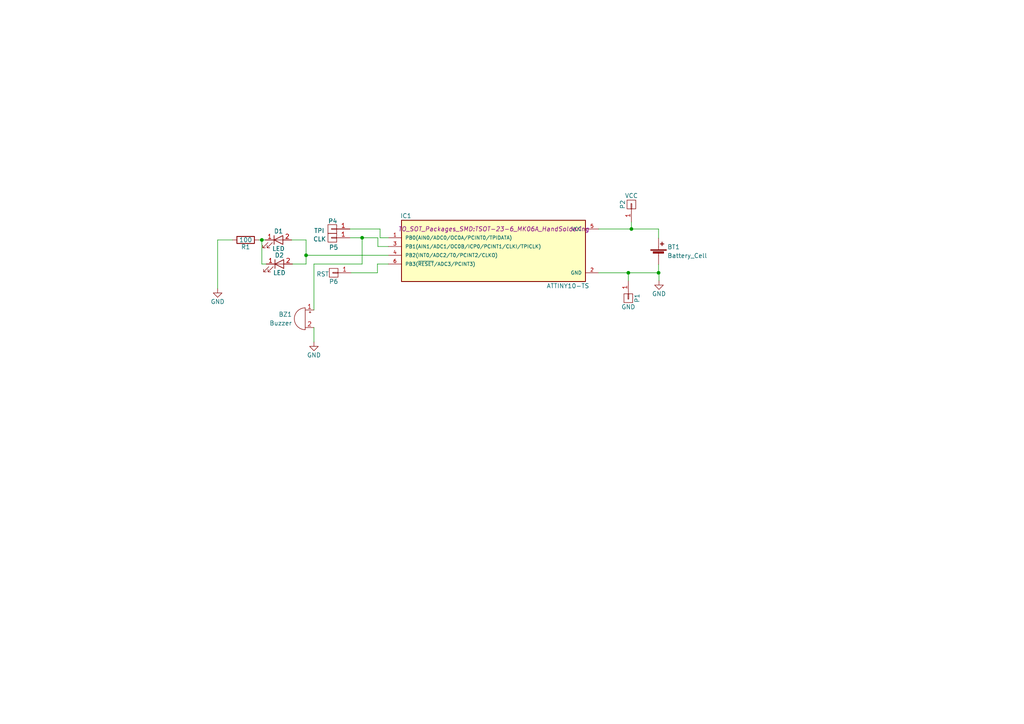
<source format=kicad_sch>
(kicad_sch (version 20230121) (generator eeschema)
  (paper "A4")
  (lib_symbols
    (symbol "NyanCatEarrings-rescue:ATTINY10-TS" (pin_names (offset 1.016))
      (property "Reference" "IC" (at -25.4 10.16 0))
      (property "Value" "ATTINY10-TS" (at 21.59 -10.16 0))
      (property "Footprint" "SOT-23-6" (at 0 6.35 0))
      (symbol "ATTINY10-TS_0_1"
        (rectangle (start -26.67 8.89) (end 26.67 -8.89) (stroke (width 0.254)) (fill (type background)))
      )
      (symbol "ATTINY10-TS_1_1"
        (pin bidirectional line (at -30.48 3.81 0) (length 3.81) (name "PB0(AIN0/ADC0/OC0A/PCINT0/TPIDATA)") (number "1"))
        (pin power_in line (at 30.48 -6.35 180) (length 3.81) (name "GND") (number "2"))
        (pin bidirectional line (at -30.48 1.27 0) (length 3.81) (name "PB1(AIN1/ADC1/OC0B/ICP0/PCINT1/CLKI/TPICLK)") (number "3"))
        (pin bidirectional line (at -30.48 -1.27 0) (length 3.81) (name "PB2(INT0/ADC2/T0/PCINT2/CLKO)") (number "4"))
        (pin power_in line (at 30.48 6.35 180) (length 3.81) (name "VCC") (number "5"))
        (pin bidirectional line (at -30.48 -3.81 0) (length 3.81) (name "PB3(~{RESET}/ADC3/PCINT3)") (number "6"))
      )
    )
    (symbol "NyanCatEarrings-rescue:Battery_Cell" (pin_numbers hide) (pin_names (offset 0) hide)
      (property "Reference" "BT" (at 2.54 2.54 0))
      (property "Value" "Battery_Cell" (at 2.54 0 0))
      (symbol "Battery_Cell_0_1"
        (rectangle (start -2.286 1.778) (end 2.286 1.524) (fill (type outline)))
        (rectangle (start -1.5748 1.1938) (end 1.4732 0.6858) (fill (type outline)))
        (polyline (pts (xy 0 0.762) (xy 0 0)))
        (polyline (pts (xy 0 1.778) (xy 0 2.54)))
        (polyline (pts (xy 0.508 3.429) (xy 1.524 3.429)) (stroke (width 0.254)))
        (polyline (pts (xy 1.016 3.937) (xy 1.016 2.921)) (stroke (width 0.254)))
      )
      (symbol "Battery_Cell_1_1"
        (pin passive line (at 0 5.08 270) (length 2.54) (name "+") (number "1"))
        (pin passive line (at 0 -2.54 90) (length 2.54) (name "-") (number "2"))
      )
    )
    (symbol "NyanCatEarrings-rescue:Buzzer" (pin_names (offset 0.0254) hide)
      (property "Reference" "BZ" (at 3.81 1.27 0))
      (property "Value" "Buzzer" (at 3.81 -1.27 0))
      (symbol "Buzzer_0_1"
        (arc (start 0 -3.175) (mid 3.1497 0) (end 0 3.175))
        (polyline (pts (xy -1.651 1.905) (xy -1.143 1.905)))
        (polyline (pts (xy -1.397 2.159) (xy -1.397 1.651)))
        (polyline (pts (xy 0 3.175) (xy 0 -3.175)))
      )
      (symbol "Buzzer_1_1"
        (pin passive line (at -2.54 2.54 0) (length 2.54) (name "-") (number "1"))
        (pin passive line (at -2.54 -2.54 0) (length 2.54) (name "+") (number "2"))
      )
    )
    (symbol "NyanCatEarrings-rescue:CONN_01X01" (pin_names (offset 1.016) hide)
      (property "Reference" "P" (at 0 2.54 0))
      (property "Value" "CONN_01X01" (at 2.54 0 90))
      (symbol "CONN_01X01_0_1"
        (rectangle (start -1.27 0.127) (end 0.254 -0.127))
        (rectangle (start -1.27 1.27) (end 1.27 -1.27))
      )
      (symbol "CONN_01X01_1_1"
        (pin passive line (at -5.08 0 0) (length 3.81) (name "P1") (number "1"))
      )
    )
    (symbol "NyanCatEarrings-rescue:GND" (power) (pin_names (offset 0))
      (property "Value" "GND" (at 0 -3.81 0))
      (symbol "GND_0_1"
        (polyline (pts (xy 0 0) (xy 0 -1.27) (xy 1.27 -1.27) (xy 0 -2.54) (xy -1.27 -1.27) (xy 0 -1.27)))
      )
      (symbol "GND_1_1"
        (pin power_in line (at 0 0 270) (length 0) hide (name "GND") (number "1"))
      )
    )
    (symbol "NyanCatEarrings-rescue:LED" (pin_names (offset 1.016) hide)
      (property "Reference" "D" (at 0 2.54 0))
      (property "Value" "LED" (at 0 -2.54 0))
      (symbol "LED_0_1"
        (polyline (pts (xy -1.27 -1.27) (xy -1.27 1.27)) (stroke (width 0.2032)))
        (polyline (pts (xy -1.27 0) (xy 1.27 0)))
        (polyline (pts (xy 1.27 -1.27) (xy 1.27 1.27) (xy -1.27 0) (xy 1.27 -1.27)) (stroke (width 0.2032)))
        (polyline (pts (xy -3.048 -0.762) (xy -4.572 -2.286) (xy -3.81 -2.286) (xy -4.572 -2.286) (xy -4.572 -1.524)))
        (polyline (pts (xy -1.778 -0.762) (xy -3.302 -2.286) (xy -2.54 -2.286) (xy -3.302 -2.286) (xy -3.302 -1.524)))
      )
      (symbol "LED_1_1"
        (pin passive line (at -3.81 0 0) (length 2.54) (name "K") (number "1"))
        (pin passive line (at 3.81 0 180) (length 2.54) (name "A") (number "2"))
      )
    )
    (symbol "NyanCatEarrings-rescue:R" (pin_numbers hide) (pin_names (offset 0))
      (property "Reference" "R" (at 2.032 0 90))
      (property "Value" "R" (at 0 0 90))
      (symbol "R_0_1"
        (rectangle (start -1.016 -2.54) (end 1.016 2.54) (stroke (width 0.254)))
      )
      (symbol "R_1_1"
        (pin passive line (at 0 3.81 270) (length 1.27) (name "~") (number "1"))
        (pin passive line (at 0 -3.81 90) (length 1.27) (name "~") (number "2"))
      )
    )
  )
  (junction (at 105.029 68.961))
  (junction (at 75.946 69.596))
  (junction (at 182.245 79.121))
  (junction (at 191.008 79.121))
  (junction (at 183.134 66.421))
  (junction (at 88.773 74.041))
  (wire (pts (xy 105.029 76.581) (xy 105.029 68.961)))
  (wire (pts (xy 67.437 69.596) (xy 63.119 69.596)))
  (wire (pts (xy 109.474 76.581) (xy 112.649 76.581)))
  (wire (pts (xy 76.962 69.596) (xy 75.946 69.596)))
  (wire (pts (xy 191.135 79.121) (xy 191.135 81.407)))
  (wire (pts (xy 182.245 81.407) (xy 182.245 79.121)))
  (wire (pts (xy 191.008 76.708) (xy 191.008 79.121)))
  (wire (pts (xy 77.216 76.581) (xy 75.946 76.581)))
  (wire (pts (xy 91.059 76.581) (xy 91.059 89.916)))
  (wire (pts (xy 182.245 79.121) (xy 191.008 79.121)))
  (wire (pts (xy 88.773 76.581) (xy 84.836 76.581)))
  (wire (pts (xy 88.773 69.596) (xy 88.773 74.041)))
  (wire (pts (xy 75.946 76.581) (xy 75.946 69.596)))
  (wire (pts (xy 105.029 68.961) (xy 109.601 68.961)))
  (wire (pts (xy 173.609 79.121) (xy 182.245 79.121)))
  (wire (pts (xy 63.119 69.596) (xy 63.119 83.693)))
  (wire (pts (xy 173.609 66.421) (xy 183.134 66.421)))
  (wire (pts (xy 88.773 74.041) (xy 88.773 76.581)))
  (wire (pts (xy 75.946 69.596) (xy 75.057 69.596)))
  (wire (pts (xy 91.059 94.996) (xy 91.059 99.187)))
  (wire (pts (xy 191.008 79.121) (xy 191.135 79.121)))
  (wire (pts (xy 88.773 69.596) (xy 84.582 69.596)))
  (wire (pts (xy 191.008 66.421) (xy 191.008 69.088)))
  (wire (pts (xy 112.649 68.961) (xy 110.236 68.961)))
  (wire (pts (xy 183.134 64.389) (xy 183.134 66.421)))
  (wire (pts (xy 88.773 74.041) (xy 112.649 74.041)))
  (wire (pts (xy 101.473 68.961) (xy 105.029 68.961)))
  (wire (pts (xy 101.473 66.421) (xy 110.236 66.421)))
  (wire (pts (xy 183.134 66.421) (xy 191.008 66.421)))
  (wire (pts (xy 105.029 76.581) (xy 91.059 76.581)))
  (wire (pts (xy 110.236 68.961) (xy 110.236 66.421)))
  (wire (pts (xy 109.474 79.121) (xy 109.474 76.581)))
  (wire (pts (xy 109.601 71.501) (xy 112.649 71.501)))
  (wire (pts (xy 101.854 79.121) (xy 109.474 79.121)))
  (wire (pts (xy 109.601 68.961) (xy 109.601 71.501)))
  (symbol (lib_id "NyanCatEarrings-rescue:LED") (at 80.772 69.596 0) (unit 1)
    (property "Reference" "D1" (at 80.772 67.056 0))
    (property "Value" "LED" (at 80.772 72.136 0))
    (property "Footprint" "LEDs:LED_0603" (effects hide))
    (property "mfr" "APT1608EC" (effects hide))
  )
  (symbol (lib_id "NyanCatEarrings-rescue:R") (at 71.247 69.596 270) (unit 1)
    (property "Reference" "R1" (at 71.247 71.628 90))
    (property "Value" "100" (at 71.247 69.596 90))
    (property "Footprint" "Resistors_SMD:R_0603_HandSoldering" (effects hide))
    (property "mfr" "ESR03EZPJ101" (effects hide))
  )
  (symbol (lib_id "NyanCatEarrings-rescue:LED") (at 81.026 76.581 0) (unit 1)
    (property "Reference" "D2" (at 81.026 74.041 0))
    (property "Value" "LED" (at 81.026 79.121 0))
    (property "Footprint" "LEDs:LED_0603" (effects hide))
    (property "mfr" "APT1608EC" (effects hide))
  )
  (symbol (lib_id "NyanCatEarrings-rescue:Buzzer") (at 88.519 92.456 0) (mirror y) (unit 1)
    (property "Reference" "BZ1" (at 84.709 91.186 0) (effects (justify left)))
    (property "Value" "Buzzer" (at 84.709 93.726 0) (effects (justify left)))
    (property "Footprint" "Resistors_SMD:R_0805_HandSoldering" (effects hide))
  )
  (symbol (lib_id "NyanCatEarrings-rescue:GND") (at 63.119 83.693 0) (unit 1)
    (property "Reference" "#PWR01" (effects hide))
    (property "Value" "GND" (at 63.119 87.503 0))
  )
  (symbol (lib_id "NyanCatEarrings-rescue:GND") (at 91.059 99.187 0) (unit 1)
    (property "Reference" "#PWR02" (effects hide))
    (property "Value" "GND" (at 91.059 102.997 0))
  )
  (symbol (lib_id "NyanCatEarrings-rescue:Battery_Cell") (at 191.008 74.168 0) (unit 1)
    (property "Reference" "BT1" (at 193.548 71.628 0) (effects (justify left)))
    (property "Value" "Battery_Cell" (at 193.548 74.168 0) (effects (justify left)))
    (property "Footprint" "TIH:Supercapcoin" (effects hide))
    (property "mfr" "MAL219691131E3" (effects hide))
  )
  (symbol (lib_id "NyanCatEarrings-rescue:GND") (at 191.135 81.407 0) (unit 1)
    (property "Reference" "#PWR03" (effects hide))
    (property "Value" "GND" (at 191.135 85.217 0))
  )
  (symbol (lib_id "NyanCatEarrings-rescue:CONN_01X01") (at 96.393 66.421 180) (unit 1)
    (property "Reference" "P4" (at 96.52 64.135 0))
    (property "Value" "TPI" (at 92.583 66.929 0))
    (property "Footprint" "Pin_Headers:Pin_Header_Straight_1x01_Pitch2.54mm_SMD_Pin1Left" (effects hide))
  )
  (symbol (lib_id "NyanCatEarrings-rescue:CONN_01X01") (at 96.774 79.121 180) (unit 1)
    (property "Reference" "P6" (at 96.774 81.661 0))
    (property "Value" "RST" (at 93.599 79.502 0))
    (property "Footprint" "Pin_Headers:Pin_Header_Straight_1x01_Pitch2.54mm_SMD_Pin1Left" (effects hide))
  )
  (symbol (lib_id "NyanCatEarrings-rescue:CONN_01X01") (at 96.393 68.961 180) (unit 1)
    (property "Reference" "P5" (at 96.774 71.755 0))
    (property "Value" "CLK" (at 92.71 69.342 0))
    (property "Footprint" "Pin_Headers:Pin_Header_Straight_1x01_Pitch2.54mm_SMD_Pin1Left" (effects hide))
  )
  (symbol (lib_id "NyanCatEarrings-rescue:CONN_01X01") (at 183.134 59.309 90) (unit 1)
    (property "Reference" "P2" (at 180.594 59.309 0))
    (property "Value" "VCC" (at 183.134 56.769 90))
    (property "Footprint" "Pin_Headers:Pin_Header_Straight_1x01_Pitch2.54mm_SMD_Pin1Right" (effects hide))
  )
  (symbol (lib_id "NyanCatEarrings-rescue:CONN_01X01") (at 182.245 86.487 270) (unit 1)
    (property "Reference" "P1" (at 184.785 86.487 0))
    (property "Value" "GND" (at 182.245 89.027 90))
    (property "Footprint" "Pin_Headers:Pin_Header_Straight_1x01_Pitch2.54mm_SMD_Pin1Right" (effects hide))
  )
  (symbol (lib_id "NyanCatEarrings-rescue:ATTINY10-TS") (at 143.129 72.771 0) (unit 1)
    (property "Reference" "IC1" (at 117.729 62.611 0))
    (property "Value" "ATTINY10-TS" (at 164.719 82.931 0))
    (property "Footprint" "TO_SOT_Packages_SMD:TSOT-23-6_MK06A_HandSoldering" (at 143.129 66.421 0) (effects (font italic)))
    (property "mfr" "ATTINY10-TSHR" (effects hide))
  )
)
</source>
